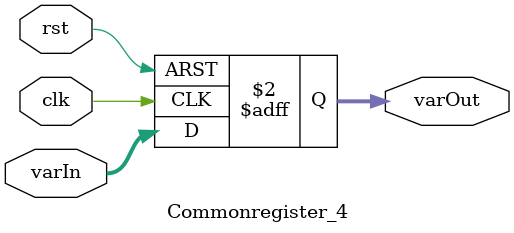
<source format=sv>

module Commonregister_4(input logic clk, rst, input logic [3:0] varIn, output logic [3:0] varOut);

	
	always @ (posedge clk or posedge rst) begin
		
		if (rst) varOut = 0;
		else
		varOut = varIn;
	
	end

endmodule
</source>
